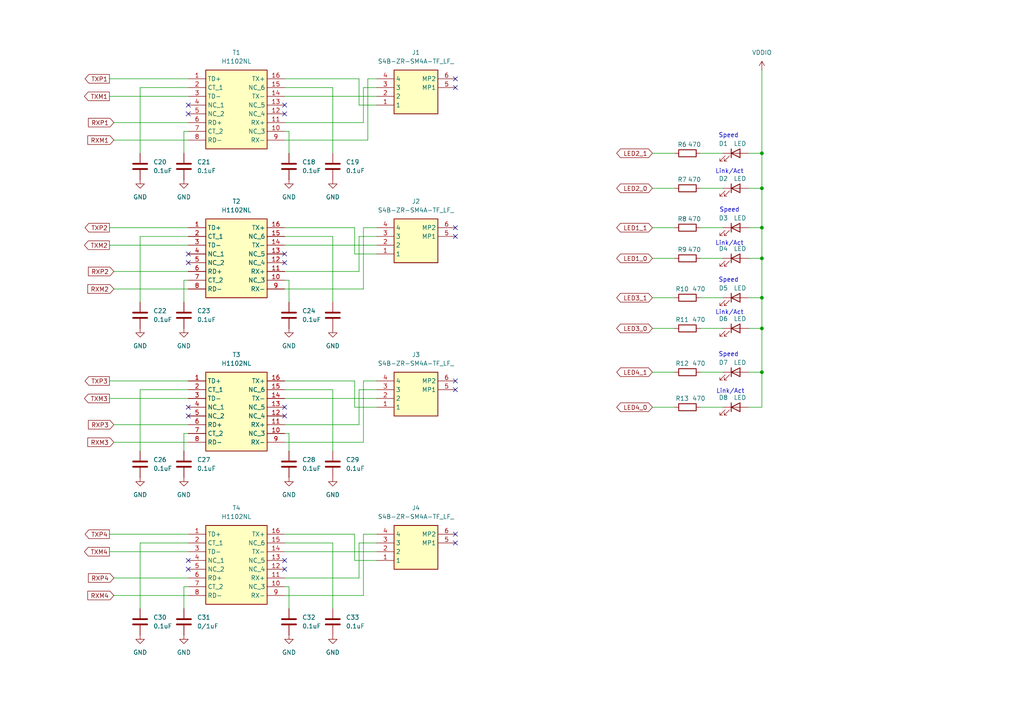
<source format=kicad_sch>
(kicad_sch (version 20250114) (generator "eeschema") (generator_version "9.0")
  (paper "A4")
  (lib_symbols
    (symbol "Device:C" (pin_numbers (hide yes)) (pin_names (offset 0.254))
      (property "Reference" "C" (at 0.635 2.54 0))
      (property "Value" "C" (at 0.635 -2.54 0))
      (symbol "C_0_1"
        (polyline (pts (xy -2.032 0.762) (xy 2.032 0.762)) (stroke (width 0.508)))
        (polyline (pts (xy -2.032 -0.762) (xy 2.032 -0.762)) (stroke (width 0.508)))
      )
      (symbol "C_1_1"
        (pin passive line (at 0 3.81 270) (length 2.794) (name "~") (number "1"))
        (pin passive line (at 0 -3.81 90) (length 2.794) (name "~") (number "2"))
      )
    )
    (symbol "Device:LED" (pin_numbers (hide yes)) (pin_names (offset 1.016) (hide yes))
      (property "Reference" "D" (at 0 2.54 0))
      (property "Value" "LED" (at 0 -2.54 0))
      (symbol "LED_0_1"
        (polyline (pts (xy -3.048 -0.762) (xy -4.572 -2.286) (xy -3.81 -2.286) (xy -4.572 -2.286) (xy -4.572 -1.524)))
        (polyline (pts (xy -1.778 -0.762) (xy -3.302 -2.286) (xy -2.54 -2.286) (xy -3.302 -2.286) (xy -3.302 -1.524)))
        (polyline (pts (xy -1.27 0) (xy 1.27 0)))
        (polyline (pts (xy -1.27 -1.27) (xy -1.27 1.27)) (stroke (width 0.254)))
        (polyline (pts (xy 1.27 -1.27) (xy 1.27 1.27) (xy -1.27 0) (xy 1.27 -1.27)) (stroke (width 0.254)))
      )
      (symbol "LED_1_1"
        (pin passive line (at -3.81 0 0) (length 2.54) (name "K") (number "1"))
        (pin passive line (at 3.81 0 180) (length 2.54) (name "A") (number "2"))
      )
    )
    (symbol "Device:R" (pin_numbers (hide yes)) (pin_names (offset 0))
      (property "Reference" "R" (at 2.032 0 90))
      (property "Value" "R" (at 0 0 90))
      (symbol "R_0_1"
        (rectangle (start -1.016 -2.54) (end 1.016 2.54) (stroke (width 0.254)))
      )
      (symbol "R_1_1"
        (pin passive line (at 0 3.81 270) (length 1.27) (name "~") (number "1"))
        (pin passive line (at 0 -3.81 90) (length 1.27) (name "~") (number "2"))
      )
    )
    (symbol "SamacSys_Parts:H1102NL"
      (property "Reference" "T" (at 24.13 7.62 0))
      (property "Value" "H1102NL" (at 24.13 5.08 0))
      (symbol "H1102NL_1_1"
        (rectangle (start 5.08 2.54) (end 22.86 -20.32) (stroke (width 0.254)) (fill (type background)))
        (pin passive line (at 0 0 0) (length 5.08) (name "TD+") (number "1"))
        (pin passive line (at 0 -2.54 0) (length 5.08) (name "CT_1") (number "2"))
        (pin passive line (at 0 -5.08 0) (length 5.08) (name "TD-") (number "3"))
        (pin passive line (at 0 -7.62 0) (length 5.08) (name "NC_1") (number "4"))
        (pin passive line (at 0 -10.16 0) (length 5.08) (name "NC_2") (number "5"))
        (pin passive line (at 0 -12.7 0) (length 5.08) (name "RD+") (number "6"))
        (pin passive line (at 0 -15.24 0) (length 5.08) (name "CT_2") (number "7"))
        (pin passive line (at 0 -17.78 0) (length 5.08) (name "RD-") (number "8"))
        (pin passive line (at 27.94 0 180) (length 5.08) (name "TX+") (number "16"))
        (pin passive line (at 27.94 -2.54 180) (length 5.08) (name "NC_6") (number "15"))
        (pin passive line (at 27.94 -5.08 180) (length 5.08) (name "TX-") (number "14"))
        (pin passive line (at 27.94 -7.62 180) (length 5.08) (name "NC_5") (number "13"))
        (pin passive line (at 27.94 -10.16 180) (length 5.08) (name "NC_4") (number "12"))
        (pin passive line (at 27.94 -12.7 180) (length 5.08) (name "RX+") (number "11"))
        (pin passive line (at 27.94 -15.24 180) (length 5.08) (name "NC_3") (number "10"))
        (pin passive line (at 27.94 -17.78 180) (length 5.08) (name "RX-") (number "9"))
      )
    )
    (symbol "SamacSys_Parts:S4B-ZR-SM4A-TF_LF_"
      (property "Reference" "J" (at 19.05 7.62 0))
      (property "Value" "S4B-ZR-SM4A-TF_LF_" (at 19.05 5.08 0))
      (symbol "S4B-ZR-SM4A-TF_LF__1_1"
        (rectangle (start 5.08 2.54) (end 17.78 -10.16) (stroke (width 0.254)) (fill (type background)))
        (pin passive line (at 0 0 0) (length 5.08) (name "4") (number "4"))
        (pin passive line (at 0 -2.54 0) (length 5.08) (name "3") (number "3"))
        (pin passive line (at 0 -5.08 0) (length 5.08) (name "2") (number "2"))
        (pin passive line (at 0 -7.62 0) (length 5.08) (name "1") (number "1"))
        (pin passive line (at 22.86 0 180) (length 5.08) (name "MP2") (number "6"))
        (pin passive line (at 22.86 -2.54 180) (length 5.08) (name "MP1") (number "5"))
      )
    )
    (symbol "power:GND" (power) (pin_numbers (hide yes)) (pin_names (offset 0) (hide yes))
      (property "Value" "GND" (at 0 -3.81 0))
      (symbol "GND_0_1"
        (polyline (pts (xy 0 0) (xy 0 -1.27) (xy 1.27 -1.27) (xy 0 -2.54) (xy -1.27 -1.27) (xy 0 -1.27)))
      )
      (symbol "GND_1_1"
        (pin power_in line (at 0 0 270) (length 0) (name "~") (number "1"))
      )
    )
    (symbol "power:VDD" (power) (pin_numbers (hide yes)) (pin_names (offset 0) (hide yes))
      (property "Value" "VDD" (at 0 3.556 0))
      (symbol "VDD_0_1"
        (polyline (pts (xy -0.762 1.27) (xy 0 2.54)))
        (polyline (pts (xy 0 2.54) (xy 0.762 1.27)))
        (polyline (pts (xy 0 0) (xy 0 2.54)))
      )
      (symbol "VDD_1_1"
        (pin power_in line (at 0 0 90) (length 0) (name "~") (number "1"))
      )
    )
  )
  (text "Link/Act" (at 211.582 90.678 0) (effects (font (size 1.27 1.27))))
  (text "Speed" (at 211.328 102.87 0) (effects (font (size 1.27 1.27))))
  (text "Speed" (at 211.328 39.37 0) (effects (font (size 1.27 1.27))))
  (text "Link/Act" (at 211.836 113.538 0) (effects (font (size 1.27 1.27))))
  (text "Link/Act" (at 211.582 70.612 0) (effects (font (size 1.27 1.27))))
  (text "Link/Act" (at 211.582 49.784 0) (effects (font (size 1.27 1.27))))
  (text "Speed" (at 211.328 81.28 0) (effects (font (size 1.27 1.27))))
  (text "Speed" (at 211.582 60.96 0) (effects (font (size 1.27 1.27))))
  (junction (at 220.98 44.45))
  (junction (at 220.98 86.36))
  (junction (at 220.98 54.61))
  (junction (at 220.98 74.93))
  (junction (at 220.98 66.04))
  (junction (at 220.98 95.25))
  (junction (at 220.98 107.95))
  (no_connect (at 82.55 120.65))
  (no_connect (at 132.08 68.58))
  (no_connect (at 54.61 33.02))
  (no_connect (at 132.08 154.94))
  (no_connect (at 82.55 33.02))
  (no_connect (at 82.55 76.2))
  (no_connect (at 54.61 76.2))
  (no_connect (at 82.55 162.56))
  (no_connect (at 132.08 157.48))
  (no_connect (at 82.55 73.66))
  (no_connect (at 54.61 162.56))
  (no_connect (at 82.55 165.1))
  (no_connect (at 132.08 66.04))
  (no_connect (at 54.61 30.48))
  (no_connect (at 132.08 25.4))
  (no_connect (at 132.08 22.86))
  (no_connect (at 54.61 165.1))
  (no_connect (at 82.55 118.11))
  (no_connect (at 54.61 73.66))
  (no_connect (at 54.61 120.65))
  (no_connect (at 82.55 30.48))
  (no_connect (at 132.08 113.03))
  (no_connect (at 132.08 110.49))
  (no_connect (at 54.61 118.11))
  (wire (pts (xy 54.61 81.28) (xy 53.34 81.28)))
  (wire (pts (xy 109.22 113.03) (xy 104.14 113.03)))
  (wire (pts (xy 109.22 110.49) (xy 105.41 110.49)))
  (wire (pts (xy 217.17 66.04) (xy 220.98 66.04)))
  (wire (pts (xy 40.64 68.58) (xy 40.64 87.63)))
  (wire (pts (xy 33.02 128.27) (xy 54.61 128.27)))
  (wire (pts (xy 54.61 157.48) (xy 40.64 157.48)))
  (wire (pts (xy 189.23 95.25) (xy 195.58 95.25)))
  (wire (pts (xy 96.52 25.4) (xy 96.52 44.45)))
  (wire (pts (xy 54.61 170.18) (xy 53.34 170.18)))
  (wire (pts (xy 189.23 107.95) (xy 195.58 107.95)))
  (wire (pts (xy 33.02 167.64) (xy 54.61 167.64)))
  (wire (pts (xy 104.14 22.86) (xy 104.14 30.48)))
  (wire (pts (xy 220.98 86.36) (xy 220.98 95.25)))
  (wire (pts (xy 82.55 68.58) (xy 96.52 68.58)))
  (wire (pts (xy 105.41 110.49) (xy 105.41 128.27)))
  (wire (pts (xy 53.34 38.1) (xy 53.34 44.45)))
  (wire (pts (xy 102.87 154.94) (xy 82.55 154.94)))
  (wire (pts (xy 203.2 44.45) (xy 209.55 44.45)))
  (wire (pts (xy 217.17 86.36) (xy 220.98 86.36)))
  (wire (pts (xy 109.22 22.86) (xy 106.68 22.86)))
  (wire (pts (xy 109.22 25.4) (xy 105.41 25.4)))
  (wire (pts (xy 82.55 113.03) (xy 96.52 113.03)))
  (wire (pts (xy 33.02 78.74) (xy 54.61 78.74)))
  (wire (pts (xy 220.98 44.45) (xy 220.98 54.61)))
  (wire (pts (xy 83.82 125.73) (xy 83.82 130.81)))
  (wire (pts (xy 53.34 81.28) (xy 53.34 87.63)))
  (wire (pts (xy 31.75 110.49) (xy 54.61 110.49)))
  (wire (pts (xy 82.55 81.28) (xy 83.82 81.28)))
  (wire (pts (xy 220.98 66.04) (xy 220.98 74.93)))
  (wire (pts (xy 82.55 115.57) (xy 109.22 115.57)))
  (wire (pts (xy 96.52 68.58) (xy 96.52 87.63)))
  (wire (pts (xy 82.55 167.64) (xy 104.14 167.64)))
  (wire (pts (xy 203.2 74.93) (xy 209.55 74.93)))
  (wire (pts (xy 54.61 125.73) (xy 53.34 125.73)))
  (wire (pts (xy 105.41 66.04) (xy 105.41 83.82)))
  (wire (pts (xy 189.23 54.61) (xy 195.58 54.61)))
  (wire (pts (xy 31.75 71.12) (xy 54.61 71.12)))
  (wire (pts (xy 31.75 154.94) (xy 54.61 154.94)))
  (wire (pts (xy 54.61 38.1) (xy 53.34 38.1)))
  (wire (pts (xy 105.41 154.94) (xy 105.41 172.72)))
  (wire (pts (xy 203.2 66.04) (xy 209.55 66.04)))
  (wire (pts (xy 82.55 71.12) (xy 109.22 71.12)))
  (wire (pts (xy 31.75 160.02) (xy 54.61 160.02)))
  (wire (pts (xy 109.22 154.94) (xy 105.41 154.94)))
  (wire (pts (xy 82.55 157.48) (xy 96.52 157.48)))
  (wire (pts (xy 105.41 25.4) (xy 105.41 35.56)))
  (wire (pts (xy 220.98 95.25) (xy 220.98 107.95)))
  (wire (pts (xy 82.55 128.27) (xy 105.41 128.27)))
  (wire (pts (xy 33.02 40.64) (xy 54.61 40.64)))
  (wire (pts (xy 203.2 86.36) (xy 209.55 86.36)))
  (wire (pts (xy 109.22 68.58) (xy 104.14 68.58)))
  (wire (pts (xy 82.55 78.74) (xy 104.14 78.74)))
  (wire (pts (xy 220.98 118.11) (xy 217.17 118.11)))
  (wire (pts (xy 189.23 118.11) (xy 195.58 118.11)))
  (wire (pts (xy 203.2 118.11) (xy 209.55 118.11)))
  (wire (pts (xy 102.87 162.56) (xy 102.87 154.94)))
  (wire (pts (xy 82.55 38.1) (xy 83.82 38.1)))
  (wire (pts (xy 217.17 44.45) (xy 220.98 44.45)))
  (wire (pts (xy 82.55 160.02) (xy 109.22 160.02)))
  (wire (pts (xy 54.61 113.03) (xy 40.64 113.03)))
  (wire (pts (xy 189.23 44.45) (xy 195.58 44.45)))
  (wire (pts (xy 82.55 123.19) (xy 104.14 123.19)))
  (wire (pts (xy 40.64 157.48) (xy 40.64 176.53)))
  (wire (pts (xy 82.55 172.72) (xy 105.41 172.72)))
  (wire (pts (xy 189.23 86.36) (xy 195.58 86.36)))
  (wire (pts (xy 82.55 83.82) (xy 105.41 83.82)))
  (wire (pts (xy 54.61 68.58) (xy 40.64 68.58)))
  (wire (pts (xy 82.55 27.94) (xy 109.22 27.94)))
  (wire (pts (xy 106.68 22.86) (xy 106.68 40.64)))
  (wire (pts (xy 220.98 107.95) (xy 220.98 118.11)))
  (wire (pts (xy 104.14 157.48) (xy 104.14 167.64)))
  (wire (pts (xy 203.2 54.61) (xy 209.55 54.61)))
  (wire (pts (xy 33.02 83.82) (xy 54.61 83.82)))
  (wire (pts (xy 53.34 170.18) (xy 53.34 176.53)))
  (wire (pts (xy 104.14 68.58) (xy 104.14 78.74)))
  (wire (pts (xy 31.75 22.86) (xy 54.61 22.86)))
  (wire (pts (xy 53.34 125.73) (xy 53.34 130.81)))
  (wire (pts (xy 203.2 95.25) (xy 209.55 95.25)))
  (wire (pts (xy 109.22 157.48) (xy 104.14 157.48)))
  (wire (pts (xy 33.02 35.56) (xy 54.61 35.56)))
  (wire (pts (xy 102.87 110.49) (xy 82.55 110.49)))
  (wire (pts (xy 105.41 35.56) (xy 82.55 35.56)))
  (wire (pts (xy 96.52 113.03) (xy 96.52 130.81)))
  (wire (pts (xy 40.64 113.03) (xy 40.64 130.81)))
  (wire (pts (xy 220.98 74.93) (xy 220.98 86.36)))
  (wire (pts (xy 109.22 73.66) (xy 102.87 73.66)))
  (wire (pts (xy 31.75 27.94) (xy 54.61 27.94)))
  (wire (pts (xy 33.02 123.19) (xy 54.61 123.19)))
  (wire (pts (xy 83.82 38.1) (xy 83.82 44.45)))
  (wire (pts (xy 203.2 107.95) (xy 209.55 107.95)))
  (wire (pts (xy 104.14 30.48) (xy 109.22 30.48)))
  (wire (pts (xy 96.52 157.48) (xy 96.52 176.53)))
  (wire (pts (xy 82.55 125.73) (xy 83.82 125.73)))
  (wire (pts (xy 102.87 73.66) (xy 102.87 66.04)))
  (wire (pts (xy 217.17 54.61) (xy 220.98 54.61)))
  (wire (pts (xy 54.61 25.4) (xy 40.64 25.4)))
  (wire (pts (xy 82.55 170.18) (xy 83.82 170.18)))
  (wire (pts (xy 82.55 22.86) (xy 104.14 22.86)))
  (wire (pts (xy 82.55 66.04) (xy 102.87 66.04)))
  (wire (pts (xy 220.98 20.32) (xy 220.98 44.45)))
  (wire (pts (xy 109.22 162.56) (xy 102.87 162.56)))
  (wire (pts (xy 217.17 74.93) (xy 220.98 74.93)))
  (wire (pts (xy 217.17 95.25) (xy 220.98 95.25)))
  (wire (pts (xy 31.75 66.04) (xy 54.61 66.04)))
  (wire (pts (xy 104.14 113.03) (xy 104.14 123.19)))
  (wire (pts (xy 82.55 25.4) (xy 96.52 25.4)))
  (wire (pts (xy 40.64 25.4) (xy 40.64 44.45)))
  (wire (pts (xy 106.68 40.64) (xy 82.55 40.64)))
  (wire (pts (xy 217.17 107.95) (xy 220.98 107.95)))
  (wire (pts (xy 83.82 81.28) (xy 83.82 87.63)))
  (wire (pts (xy 31.75 115.57) (xy 54.61 115.57)))
  (wire (pts (xy 109.22 118.11) (xy 102.87 118.11)))
  (wire (pts (xy 83.82 170.18) (xy 83.82 176.53)))
  (wire (pts (xy 189.23 66.04) (xy 195.58 66.04)))
  (wire (pts (xy 109.22 66.04) (xy 105.41 66.04)))
  (wire (pts (xy 220.98 54.61) (xy 220.98 66.04)))
  (wire (pts (xy 33.02 172.72) (xy 54.61 172.72)))
  (wire (pts (xy 102.87 118.11) (xy 102.87 110.49)))
  (wire (pts (xy 189.23 74.93) (xy 195.58 74.93)))
  (global_label "RXM3" (shape input) (at 33.02 128.27 180) (property "Intersheetrefs" "${INTERSHEET_REFS}" (effects (hide yes))))
  (global_label "LED1_0" (shape bidirectional) (at 189.23 74.93 180) (property "Intersheetrefs" "${INTERSHEET_REFS}" (effects (hide yes))))
  (global_label "RXP4" (shape input) (at 33.02 167.64 180) (property "Intersheetrefs" "${INTERSHEET_REFS}" (effects (hide yes))))
  (global_label "RXM2" (shape input) (at 33.02 83.82 180) (property "Intersheetrefs" "${INTERSHEET_REFS}" (effects (hide yes))))
  (global_label "LED3_0" (shape bidirectional) (at 189.23 95.25 180) (property "Intersheetrefs" "${INTERSHEET_REFS}" (effects (hide yes))))
  (global_label "TXP4" (shape output) (at 31.75 154.94 180) (property "Intersheetrefs" "${INTERSHEET_REFS}" (effects (hide yes))))
  (global_label "LED4_1" (shape bidirectional) (at 189.23 107.95 180) (property "Intersheetrefs" "${INTERSHEET_REFS}" (effects (hide yes))))
  (global_label "TXM3" (shape output) (at 31.75 115.57 180) (property "Intersheetrefs" "${INTERSHEET_REFS}" (effects (hide yes))))
  (global_label "LED1_1" (shape bidirectional) (at 189.23 66.04 180) (property "Intersheetrefs" "${INTERSHEET_REFS}" (effects (hide yes))))
  (global_label "RXP2" (shape input) (at 33.02 78.74 180) (property "Intersheetrefs" "${INTERSHEET_REFS}" (effects (hide yes))))
  (global_label "TXP3" (shape output) (at 31.75 110.49 180) (property "Intersheetrefs" "${INTERSHEET_REFS}" (effects (hide yes))))
  (global_label "RXM4" (shape input) (at 33.02 172.72 180) (property "Intersheetrefs" "${INTERSHEET_REFS}" (effects (hide yes))))
  (global_label "LED2_1" (shape bidirectional) (at 189.23 44.45 180) (property "Intersheetrefs" "${INTERSHEET_REFS}" (effects (hide yes))))
  (global_label "RXP1" (shape input) (at 33.02 35.56 180) (property "Intersheetrefs" "${INTERSHEET_REFS}" (effects (hide yes))))
  (global_label "TXM4" (shape output) (at 31.75 160.02 180) (property "Intersheetrefs" "${INTERSHEET_REFS}" (effects (hide yes))))
  (global_label "TXP1" (shape output) (at 31.75 22.86 180) (property "Intersheetrefs" "${INTERSHEET_REFS}" (effects (hide yes))))
  (global_label "RXP3" (shape input) (at 33.02 123.19 180) (property "Intersheetrefs" "${INTERSHEET_REFS}" (effects (hide yes))))
  (global_label "TXM2" (shape output) (at 31.75 71.12 180) (property "Intersheetrefs" "${INTERSHEET_REFS}" (effects (hide yes))))
  (global_label "LED4_0" (shape bidirectional) (at 189.23 118.11 180) (property "Intersheetrefs" "${INTERSHEET_REFS}" (effects (hide yes))))
  (global_label "RXM1" (shape input) (at 33.02 40.64 180) (property "Intersheetrefs" "${INTERSHEET_REFS}" (effects (hide yes))))
  (global_label "LED2_0" (shape bidirectional) (at 189.23 54.61 180) (property "Intersheetrefs" "${INTERSHEET_REFS}" (effects (hide yes))))
  (global_label "TXM1" (shape output) (at 31.75 27.94 180) (property "Intersheetrefs" "${INTERSHEET_REFS}" (effects (hide yes))))
  (global_label "LED3_1" (shape bidirectional) (at 189.23 86.36 180) (property "Intersheetrefs" "${INTERSHEET_REFS}" (effects (hide yes))))
  (global_label "TXP2" (shape output) (at 31.75 66.04 180) (property "Intersheetrefs" "${INTERSHEET_REFS}" (effects (hide yes))))
  (symbol (lib_id "power:VDD") (at 220.98 20.32 0) (unit 1)
    (property "Reference" "#PWR050" (effects (hide yes)))
    (property "Value" "VDDIO" (at 220.98 15.24 0))
    (property "Description" "Power symbol creates a global label with name \"VDD\"" (effects (hide yes)))
  )
  (symbol (lib_id "SamacSys_Parts:H1102NL") (at 54.61 110.49 0) (unit 1)
    (property "Reference" "T3" (at 68.58 102.87 0))
    (property "Value" "H1102NL" (at 68.58 105.41 0))
    (property "Footprint" "SamaSys_Parts:SOIC127P940X597-16N" (effects (hide yes)))
    (property "Datasheet" "https://productfinder.pulseeng.com/products/datasheets/h1102nl.pdf" (effects (hide yes)))
    (property "Description" "PULSE ELECTRONICS - H1102NL - TRANSFORMER, 1:1, 1PORT, 100BASE-TX, SMT" (effects (hide yes)))
    (property "Height" "5.97" (effects (hide yes)))
    (property "Manufacturer_Name" "PULSE" (effects (hide yes)))
    (property "Manufacturer_Part_Number" "H1102NL" (effects (hide yes)))
    (property "Mouser Part Number" "673-H1102NL" (effects (hide yes)))
    (property "Mouser Price/Stock" "https://www.mouser.co.uk/ProductDetail/Pulse-Electronics/H1102NL?qs=EKu32SdDin%2FHU33L94JZxw%3D%3D" (effects (hide yes)))
    (property "Arrow Part Number" "H1102NL" (effects (hide yes)))
    (property "Arrow Price/Stock" "https://www.arrow.com/en/products/h1102nl/pulse-electronics-corporation?utm_currency=USD&region=europe" (effects (hide yes)))
  )
  (symbol (lib_id "power:GND") (at 40.64 52.07 0) (unit 1)
    (property "Reference" "#PWR033" (effects (hide yes)))
    (property "Value" "GND" (at 40.64 57.15 0))
    (property "Description" "Power symbol creates a global label with name \"GND\" , ground" (effects (hide yes)))
  )
  (symbol (lib_id "Device:C") (at 40.64 91.44 0) (unit 1)
    (property "Reference" "C22" (at 44.45 90.1699 0) (effects (justify left)))
    (property "Value" "0.1uF" (at 44.45 92.7099 0) (effects (justify left)))
    (property "Footprint" "Capacitor_SMD:C_0603_1608Metric" (effects (hide yes)))
    (property "Description" "Unpolarized capacitor" (effects (hide yes)))
  )
  (symbol (lib_id "Device:R") (at 199.39 95.25 90) (unit 1)
    (property "Reference" "R11" (at 197.866 92.71 90))
    (property "Value" "470" (at 202.692 92.71 90))
    (property "Footprint" "Resistor_SMD:R_0603_1608Metric" (effects (hide yes)))
    (property "Description" "Resistor" (effects (hide yes)))
  )
  (symbol (lib_id "Device:LED") (at 213.36 74.93 0) (unit 1)
    (property "Reference" "D4" (at 209.804 72.136 0))
    (property "Value" "LED" (at 214.63 72.136 0))
    (property "Footprint" "LED_SMD:LED_0603_1608Metric" (effects (hide yes)))
    (property "Description" "Light emitting diode" (effects (hide yes)))
    (property "Sim.Pins" "1=K 2=A" (effects (hide yes)))
  )
  (symbol (lib_id "Device:LED") (at 213.36 66.04 0) (unit 1)
    (property "Reference" "D3" (at 209.804 63.246 0))
    (property "Value" "LED" (at 214.63 63.246 0))
    (property "Footprint" "LED_SMD:LED_0603_1608Metric" (effects (hide yes)))
    (property "Description" "Light emitting diode" (effects (hide yes)))
    (property "Sim.Pins" "1=K 2=A" (effects (hide yes)))
  )
  (symbol (lib_id "Device:C") (at 83.82 180.34 0) (unit 1)
    (property "Reference" "C32" (at 87.63 179.0699 0) (effects (justify left)))
    (property "Value" "0.1uF" (at 87.63 181.6099 0) (effects (justify left)))
    (property "Footprint" "Capacitor_SMD:C_0603_1608Metric" (effects (hide yes)))
    (property "Description" "Unpolarized capacitor" (effects (hide yes)))
  )
  (symbol (lib_id "Device:R") (at 199.39 107.95 90) (unit 1)
    (property "Reference" "R12" (at 197.866 105.41 90))
    (property "Value" "470" (at 202.692 105.41 90))
    (property "Footprint" "Resistor_SMD:R_0603_1608Metric" (effects (hide yes)))
    (property "Description" "Resistor" (effects (hide yes)))
  )
  (symbol (lib_id "Device:C") (at 96.52 48.26 0) (unit 1)
    (property "Reference" "C19" (at 100.33 46.9899 0) (effects (justify left)))
    (property "Value" "0.1uF" (at 100.33 49.5299 0) (effects (justify left)))
    (property "Footprint" "Capacitor_SMD:C_0603_1608Metric" (effects (hide yes)))
    (property "Description" "Unpolarized capacitor" (effects (hide yes)))
  )
  (symbol (lib_id "SamacSys_Parts:S4B-ZR-SM4A-TF_LF_") (at 109.22 66.04 0) (unit 1)
    (property "Reference" "J2" (at 120.65 58.42 0))
    (property "Value" "S4B-ZR-SM4A-TF_LF_" (at 120.65 60.96 0))
    (property "Footprint" "SamaSys_Parts:S4BZRSM4ATFLF" (effects (hide yes)))
    (property "Datasheet" "https://www.jst-mfg.com/product/pdf/eng/eZH.pdf" (effects (hide yes)))
    (property "Description" "Connector Header Surface Mount, Right Angle 4 position 0.059\" (1.50mm)" (effects (hide yes)))
    (property "Height" "3.7" (effects (hide yes)))
    (property "Manufacturer_Name" "JST (JAPAN SOLDERLESS TERMINALS)" (effects (hide yes)))
    (property "Manufacturer_Part_Number" "S4B-ZR-SM4A-TF(LF)" (effects (hide yes)))
    (property "Mouser Part Number" "306-S4B-ZR-SM4A-TFLF" (effects (hide yes)))
    (property "Mouser Price/Stock" "https://www.mouser.co.uk/ProductDetail/JST-Automotive/S4B-ZR-SM4A-TFLF?qs=jRuttqqUwMS5vVQ0qZ9QKA%3D%3D" (effects (hide yes)))
  )
  (symbol (lib_id "power:GND") (at 96.52 52.07 0) (unit 1)
    (property "Reference" "#PWR037" (effects (hide yes)))
    (property "Value" "GND" (at 96.52 57.15 0))
    (property "Description" "Power symbol creates a global label with name \"GND\" , ground" (effects (hide yes)))
  )
  (symbol (lib_id "power:GND") (at 40.64 95.25 0) (unit 1)
    (property "Reference" "#PWR038" (effects (hide yes)))
    (property "Value" "GND" (at 40.64 100.33 0))
    (property "Description" "Power symbol creates a global label with name \"GND\" , ground" (effects (hide yes)))
  )
  (symbol (lib_id "SamacSys_Parts:S4B-ZR-SM4A-TF_LF_") (at 109.22 22.86 0) (unit 1)
    (property "Reference" "J1" (at 120.65 15.24 0))
    (property "Value" "S4B-ZR-SM4A-TF_LF_" (at 120.65 17.78 0))
    (property "Footprint" "SamaSys_Parts:S4BZRSM4ATFLF" (effects (hide yes)))
    (property "Datasheet" "https://www.jst-mfg.com/product/pdf/eng/eZH.pdf" (effects (hide yes)))
    (property "Description" "Connector Header Surface Mount, Right Angle 4 position 0.059\" (1.50mm)" (effects (hide yes)))
    (property "Height" "3.7" (effects (hide yes)))
    (property "Manufacturer_Name" "JST (JAPAN SOLDERLESS TERMINALS)" (effects (hide yes)))
    (property "Manufacturer_Part_Number" "S4B-ZR-SM4A-TF(LF)" (effects (hide yes)))
    (property "Mouser Part Number" "306-S4B-ZR-SM4A-TFLF" (effects (hide yes)))
    (property "Mouser Price/Stock" "https://www.mouser.co.uk/ProductDetail/JST-Automotive/S4B-ZR-SM4A-TFLF?qs=jRuttqqUwMS5vVQ0qZ9QKA%3D%3D" (effects (hide yes)))
  )
  (symbol (lib_id "Device:C") (at 40.64 180.34 0) (unit 1)
    (property "Reference" "C30" (at 44.45 179.0699 0) (effects (justify left)))
    (property "Value" "0.1uF" (at 44.45 181.6099 0) (effects (justify left)))
    (property "Footprint" "Capacitor_SMD:C_0603_1608Metric" (effects (hide yes)))
    (property "Description" "Unpolarized capacitor" (effects (hide yes)))
  )
  (symbol (lib_id "power:GND") (at 83.82 138.43 0) (unit 1)
    (property "Reference" "#PWR044" (effects (hide yes)))
    (property "Value" "GND" (at 83.82 143.51 0))
    (property "Description" "Power symbol creates a global label with name \"GND\" , ground" (effects (hide yes)))
  )
  (symbol (lib_id "Device:C") (at 53.34 91.44 0) (unit 1)
    (property "Reference" "C23" (at 57.15 90.1699 0) (effects (justify left)))
    (property "Value" "0.1uF" (at 57.15 92.7099 0) (effects (justify left)))
    (property "Footprint" "Capacitor_SMD:C_0603_1608Metric" (effects (hide yes)))
    (property "Description" "Unpolarized capacitor" (effects (hide yes)))
  )
  (symbol (lib_id "Device:C") (at 83.82 48.26 0) (unit 1)
    (property "Reference" "C18" (at 87.63 46.9899 0) (effects (justify left)))
    (property "Value" "0.1uF" (at 87.63 49.5299 0) (effects (justify left)))
    (property "Footprint" "Capacitor_SMD:C_0603_1608Metric" (effects (hide yes)))
    (property "Description" "Unpolarized capacitor" (effects (hide yes)))
  )
  (symbol (lib_id "Device:R") (at 199.39 86.36 90) (unit 1)
    (property "Reference" "R10" (at 197.866 83.82 90))
    (property "Value" "470" (at 202.692 83.82 90))
    (property "Footprint" "Resistor_SMD:R_0603_1608Metric" (effects (hide yes)))
    (property "Description" "Resistor" (effects (hide yes)))
  )
  (symbol (lib_id "power:GND") (at 53.34 95.25 0) (unit 1)
    (property "Reference" "#PWR039" (effects (hide yes)))
    (property "Value" "GND" (at 53.34 100.33 0))
    (property "Description" "Power symbol creates a global label with name \"GND\" , ground" (effects (hide yes)))
  )
  (symbol (lib_id "Device:LED") (at 213.36 118.11 0) (unit 1)
    (property "Reference" "D8" (at 209.804 115.316 0))
    (property "Value" "LED" (at 214.63 115.316 0))
    (property "Footprint" "LED_SMD:LED_0603_1608Metric" (effects (hide yes)))
    (property "Description" "Light emitting diode" (effects (hide yes)))
    (property "Sim.Pins" "1=K 2=A" (effects (hide yes)))
  )
  (symbol (lib_id "power:GND") (at 96.52 184.15 0) (unit 1)
    (property "Reference" "#PWR049" (effects (hide yes)))
    (property "Value" "GND" (at 96.52 189.23 0))
    (property "Description" "Power symbol creates a global label with name \"GND\" , ground" (effects (hide yes)))
  )
  (symbol (lib_id "power:GND") (at 83.82 95.25 0) (unit 1)
    (property "Reference" "#PWR040" (effects (hide yes)))
    (property "Value" "GND" (at 83.82 100.33 0))
    (property "Description" "Power symbol creates a global label with name \"GND\" , ground" (effects (hide yes)))
  )
  (symbol (lib_id "Device:LED") (at 213.36 54.61 0) (unit 1)
    (property "Reference" "D2" (at 209.804 51.816 0))
    (property "Value" "LED" (at 214.63 51.816 0))
    (property "Footprint" "LED_SMD:LED_0603_1608Metric" (effects (hide yes)))
    (property "Description" "Light emitting diode" (effects (hide yes)))
    (property "Sim.Pins" "1=K 2=A" (effects (hide yes)))
  )
  (symbol (lib_id "power:GND") (at 83.82 52.07 0) (unit 1)
    (property "Reference" "#PWR036" (effects (hide yes)))
    (property "Value" "GND" (at 83.82 57.15 0))
    (property "Description" "Power symbol creates a global label with name \"GND\" , ground" (effects (hide yes)))
  )
  (symbol (lib_id "Device:R") (at 199.39 66.04 90) (unit 1)
    (property "Reference" "R8" (at 197.866 63.5 90))
    (property "Value" "470" (at 201.422 63.5 90))
    (property "Footprint" "Resistor_SMD:R_0603_1608Metric" (effects (hide yes)))
    (property "Description" "Resistor" (effects (hide yes)))
  )
  (symbol (lib_id "SamacSys_Parts:H1102NL") (at 54.61 66.04 0) (unit 1)
    (property "Reference" "T2" (at 68.58 58.42 0))
    (property "Value" "H1102NL" (at 68.58 60.96 0))
    (property "Footprint" "SamaSys_Parts:SOIC127P940X597-16N" (effects (hide yes)))
    (property "Datasheet" "https://productfinder.pulseeng.com/products/datasheets/h1102nl.pdf" (effects (hide yes)))
    (property "Description" "PULSE ELECTRONICS - H1102NL - TRANSFORMER, 1:1, 1PORT, 100BASE-TX, SMT" (effects (hide yes)))
    (property "Height" "5.97" (effects (hide yes)))
    (property "Manufacturer_Name" "PULSE" (effects (hide yes)))
    (property "Manufacturer_Part_Number" "H1102NL" (effects (hide yes)))
    (property "Mouser Part Number" "673-H1102NL" (effects (hide yes)))
    (property "Mouser Price/Stock" "https://www.mouser.co.uk/ProductDetail/Pulse-Electronics/H1102NL?qs=EKu32SdDin%2FHU33L94JZxw%3D%3D" (effects (hide yes)))
    (property "Arrow Part Number" "H1102NL" (effects (hide yes)))
    (property "Arrow Price/Stock" "https://www.arrow.com/en/products/h1102nl/pulse-electronics-corporation?utm_currency=USD&region=europe" (effects (hide yes)))
  )
  (symbol (lib_id "Device:C") (at 96.52 91.44 0) (unit 1)
    (property "Reference" "C25" (effects (hide yes)))
    (property "Value" "0.1uF" (effects (hide yes)))
    (property "Footprint" "Capacitor_SMD:C_0603_1608Metric" (effects (hide yes)))
    (property "Description" "Unpolarized capacitor" (effects (hide yes)))
  )
  (symbol (lib_id "power:GND") (at 53.34 52.07 0) (unit 1)
    (property "Reference" "#PWR035" (effects (hide yes)))
    (property "Value" "GND" (at 53.34 57.15 0))
    (property "Description" "Power symbol creates a global label with name \"GND\" , ground" (effects (hide yes)))
  )
  (symbol (lib_id "power:GND") (at 53.34 184.15 0) (unit 1)
    (property "Reference" "#PWR047" (effects (hide yes)))
    (property "Value" "GND" (at 53.34 189.23 0))
    (property "Description" "Power symbol creates a global label with name \"GND\" , ground" (effects (hide yes)))
  )
  (symbol (lib_id "Device:LED") (at 213.36 86.36 0) (unit 1)
    (property "Reference" "D5" (at 209.804 83.566 0))
    (property "Value" "LED" (at 214.63 83.566 0))
    (property "Footprint" "LED_SMD:LED_0603_1608Metric" (effects (hide yes)))
    (property "Description" "Light emitting diode" (effects (hide yes)))
    (property "Sim.Pins" "1=K 2=A" (effects (hide yes)))
  )
  (symbol (lib_id "Device:C") (at 83.82 91.44 0) (unit 1)
    (property "Reference" "C24" (at 87.63 90.1699 0) (effects (justify left)))
    (property "Value" "0.1uF" (at 87.63 92.7099 0) (effects (justify left)))
    (property "Footprint" "Capacitor_SMD:C_0603_1608Metric" (effects (hide yes)))
    (property "Description" "Unpolarized capacitor" (effects (hide yes)))
  )
  (symbol (lib_id "Device:C") (at 96.52 180.34 0) (unit 1)
    (property "Reference" "C33" (at 100.33 179.0699 0) (effects (justify left)))
    (property "Value" "0.1uF" (at 100.33 181.6099 0) (effects (justify left)))
    (property "Footprint" "Capacitor_SMD:C_0603_1608Metric" (effects (hide yes)))
    (property "Description" "Unpolarized capacitor" (effects (hide yes)))
  )
  (symbol (lib_id "SamacSys_Parts:S4B-ZR-SM4A-TF_LF_") (at 109.22 154.94 0) (unit 1)
    (property "Reference" "J4" (at 120.65 147.32 0))
    (property "Value" "S4B-ZR-SM4A-TF_LF_" (at 120.65 149.86 0))
    (property "Footprint" "SamaSys_Parts:S4BZRSM4ATFLF" (effects (hide yes)))
    (property "Datasheet" "https://www.jst-mfg.com/product/pdf/eng/eZH.pdf" (effects (hide yes)))
    (property "Description" "Connector Header Surface Mount, Right Angle 4 position 0.059\" (1.50mm)" (effects (hide yes)))
    (property "Height" "3.7" (effects (hide yes)))
    (property "Manufacturer_Name" "JST (JAPAN SOLDERLESS TERMINALS)" (effects (hide yes)))
    (property "Manufacturer_Part_Number" "S4B-ZR-SM4A-TF(LF)" (effects (hide yes)))
    (property "Mouser Part Number" "306-S4B-ZR-SM4A-TFLF" (effects (hide yes)))
    (property "Mouser Price/Stock" "https://www.mouser.co.uk/ProductDetail/JST-Automotive/S4B-ZR-SM4A-TFLF?qs=jRuttqqUwMS5vVQ0qZ9QKA%3D%3D" (effects (hide yes)))
  )
  (symbol (lib_id "Device:C") (at 40.64 48.26 0) (unit 1)
    (property "Reference" "C20" (at 44.45 46.9899 0) (effects (justify left)))
    (property "Value" "0.1uF" (at 44.45 49.5299 0) (effects (justify left)))
    (property "Footprint" "Capacitor_SMD:C_0603_1608Metric" (effects (hide yes)))
    (property "Description" "Unpolarized capacitor" (effects (hide yes)))
  )
  (symbol (lib_id "power:GND") (at 83.82 184.15 0) (unit 1)
    (property "Reference" "#PWR048" (effects (hide yes)))
    (property "Value" "GND" (at 83.82 189.23 0))
    (property "Description" "Power symbol creates a global label with name \"GND\" , ground" (effects (hide yes)))
  )
  (symbol (lib_id "SamacSys_Parts:S4B-ZR-SM4A-TF_LF_") (at 109.22 110.49 0) (unit 1)
    (property "Reference" "J3" (at 120.65 102.87 0))
    (property "Value" "S4B-ZR-SM4A-TF_LF_" (at 120.65 105.41 0))
    (property "Footprint" "SamaSys_Parts:S4BZRSM4ATFLF" (effects (hide yes)))
    (property "Datasheet" "https://www.jst-mfg.com/product/pdf/eng/eZH.pdf" (effects (hide yes)))
    (property "Description" "Connector Header Surface Mount, Right Angle 4 position 0.059\" (1.50mm)" (effects (hide yes)))
    (property "Height" "3.7" (effects (hide yes)))
    (property "Manufacturer_Name" "JST (JAPAN SOLDERLESS TERMINALS)" (effects (hide yes)))
    (property "Manufacturer_Part_Number" "S4B-ZR-SM4A-TF(LF)" (effects (hide yes)))
    (property "Mouser Part Number" "306-S4B-ZR-SM4A-TFLF" (effects (hide yes)))
    (property "Mouser Price/Stock" "https://www.mouser.co.uk/ProductDetail/JST-Automotive/S4B-ZR-SM4A-TFLF?qs=jRuttqqUwMS5vVQ0qZ9QKA%3D%3D" (effects (hide yes)))
  )
  (symbol (lib_id "Device:C") (at 53.34 180.34 0) (unit 1)
    (property "Reference" "C31" (at 57.15 179.0699 0) (effects (justify left)))
    (property "Value" "0/1uF" (at 57.15 181.6099 0) (effects (justify left)))
    (property "Footprint" "Capacitor_SMD:C_0603_1608Metric" (effects (hide yes)))
    (property "Description" "Unpolarized capacitor" (effects (hide yes)))
  )
  (symbol (lib_id "Device:C") (at 53.34 48.26 0) (unit 1)
    (property "Reference" "C21" (at 57.15 46.9899 0) (effects (justify left)))
    (property "Value" "0.1uF" (at 57.15 49.5299 0) (effects (justify left)))
    (property "Footprint" "Capacitor_SMD:C_0603_1608Metric" (effects (hide yes)))
    (property "Description" "Unpolarized capacitor" (effects (hide yes)))
  )
  (symbol (lib_id "SamacSys_Parts:H1102NL") (at 54.61 154.94 0) (unit 1)
    (property "Reference" "T4" (at 68.58 147.32 0))
    (property "Value" "H1102NL" (at 68.58 149.86 0))
    (property "Footprint" "SamaSys_Parts:SOIC127P940X597-16N" (effects (hide yes)))
    (property "Datasheet" "https://productfinder.pulseeng.com/products/datasheets/h1102nl.pdf" (effects (hide yes)))
    (property "Description" "PULSE ELECTRONICS - H1102NL - TRANSFORMER, 1:1, 1PORT, 100BASE-TX, SMT" (effects (hide yes)))
    (property "Height" "5.97" (effects (hide yes)))
    (property "Manufacturer_Name" "PULSE" (effects (hide yes)))
    (property "Manufacturer_Part_Number" "H1102NL" (effects (hide yes)))
    (property "Mouser Part Number" "673-H1102NL" (effects (hide yes)))
    (property "Mouser Price/Stock" "https://www.mouser.co.uk/ProductDetail/Pulse-Electronics/H1102NL?qs=EKu32SdDin%2FHU33L94JZxw%3D%3D" (effects (hide yes)))
    (property "Arrow Part Number" "H1102NL" (effects (hide yes)))
    (property "Arrow Price/Stock" "https://www.arrow.com/en/products/h1102nl/pulse-electronics-corporation?utm_currency=USD&region=europe" (effects (hide yes)))
  )
  (symbol (lib_id "power:GND") (at 96.52 138.43 0) (unit 1)
    (property "Reference" "#PWR045" (effects (hide yes)))
    (property "Value" "GND" (at 96.52 143.51 0))
    (property "Description" "Power symbol creates a global label with name \"GND\" , ground" (effects (hide yes)))
  )
  (symbol (lib_id "Device:C") (at 83.82 134.62 0) (unit 1)
    (property "Reference" "C28" (at 87.63 133.3499 0) (effects (justify left)))
    (property "Value" "0.1uF" (at 87.63 135.8899 0) (effects (justify left)))
    (property "Footprint" "Capacitor_SMD:C_0603_1608Metric" (effects (hide yes)))
    (property "Description" "Unpolarized capacitor" (effects (hide yes)))
  )
  (symbol (lib_id "power:GND") (at 40.64 184.15 0) (unit 1)
    (property "Reference" "#PWR046" (effects (hide yes)))
    (property "Value" "GND" (at 40.64 189.23 0))
    (property "Description" "Power symbol creates a global label with name \"GND\" , ground" (effects (hide yes)))
  )
  (symbol (lib_id "power:GND") (at 96.52 95.25 0) (unit 1)
    (property "Reference" "#PWR041" (effects (hide yes)))
    (property "Value" "GND" (at 96.52 100.33 0))
    (property "Description" "Power symbol creates a global label with name \"GND\" , ground" (effects (hide yes)))
  )
  (symbol (lib_id "Device:R") (at 199.39 118.11 90) (unit 1)
    (property "Reference" "R13" (at 197.866 115.57 90))
    (property "Value" "470" (at 202.692 115.57 90))
    (property "Footprint" "Resistor_SMD:R_0603_1608Metric" (effects (hide yes)))
    (property "Description" "Resistor" (effects (hide yes)))
  )
  (symbol (lib_id "power:GND") (at 40.64 138.43 0) (unit 1)
    (property "Reference" "#PWR042" (effects (hide yes)))
    (property "Value" "GND" (at 40.64 143.51 0))
    (property "Description" "Power symbol creates a global label with name \"GND\" , ground" (effects (hide yes)))
  )
  (symbol (lib_id "Device:R") (at 199.39 44.45 90) (unit 1)
    (property "Reference" "R6" (at 197.866 41.91 90))
    (property "Value" "470" (at 201.422 41.91 90))
    (property "Footprint" "Resistor_SMD:R_0603_1608Metric" (effects (hide yes)))
    (property "Description" "Resistor" (effects (hide yes)))
  )
  (symbol (lib_id "Device:LED") (at 213.36 107.95 0) (unit 1)
    (property "Reference" "D7" (at 209.804 105.156 0))
    (property "Value" "LED" (at 214.63 105.156 0))
    (property "Footprint" "LED_SMD:LED_0603_1608Metric" (effects (hide yes)))
    (property "Description" "Light emitting diode" (effects (hide yes)))
    (property "Sim.Pins" "1=K 2=A" (effects (hide yes)))
  )
  (symbol (lib_id "power:GND") (at 53.34 138.43 0) (unit 1)
    (property "Reference" "#PWR043" (effects (hide yes)))
    (property "Value" "GND" (at 53.34 143.51 0))
    (property "Description" "Power symbol creates a global label with name \"GND\" , ground" (effects (hide yes)))
  )
  (symbol (lib_id "Device:R") (at 199.39 74.93 90) (unit 1)
    (property "Reference" "R9" (at 197.866 72.39 90))
    (property "Value" "470" (at 201.422 72.39 90))
    (property "Footprint" "Resistor_SMD:R_0603_1608Metric" (effects (hide yes)))
    (property "Description" "Resistor" (effects (hide yes)))
  )
  (symbol (lib_id "Device:LED") (at 213.36 95.25 0) (unit 1)
    (property "Reference" "D6" (at 209.804 92.456 0))
    (property "Value" "LED" (at 214.63 92.456 0))
    (property "Footprint" "LED_SMD:LED_0603_1608Metric" (effects (hide yes)))
    (property "Description" "Light emitting diode" (effects (hide yes)))
    (property "Sim.Pins" "1=K 2=A" (effects (hide yes)))
  )
  (symbol (lib_id "Device:LED") (at 213.36 44.45 0) (unit 1)
    (property "Reference" "D1" (at 209.804 41.656 0))
    (property "Value" "LED" (at 214.63 41.656 0))
    (property "Footprint" "LED_SMD:LED_0603_1608Metric" (effects (hide yes)))
    (property "Description" "Light emitting diode" (effects (hide yes)))
    (property "Sim.Pins" "1=K 2=A" (effects (hide yes)))
  )
  (symbol (lib_id "Device:C") (at 53.34 134.62 0) (unit 1)
    (property "Reference" "C27" (at 57.15 133.3499 0) (effects (justify left)))
    (property "Value" "0.1uF" (at 57.15 135.8899 0) (effects (justify left)))
    (property "Footprint" "Capacitor_SMD:C_0603_1608Metric" (effects (hide yes)))
    (property "Description" "Unpolarized capacitor" (effects (hide yes)))
  )
  (symbol (lib_id "SamacSys_Parts:H1102NL") (at 54.61 22.86 0) (unit 1)
    (property "Reference" "T1" (at 68.58 15.24 0))
    (property "Value" "H1102NL" (at 68.58 17.78 0))
    (property "Footprint" "SamaSys_Parts:SOIC127P940X597-16N" (effects (hide yes)))
    (property "Datasheet" "https://productfinder.pulseeng.com/products/datasheets/h1102nl.pdf" (effects (hide yes)))
    (property "Description" "PULSE ELECTRONICS - H1102NL - TRANSFORMER, 1:1, 1PORT, 100BASE-TX, SMT" (effects (hide yes)))
    (property "Height" "5.97" (effects (hide yes)))
    (property "Manufacturer_Name" "PULSE" (effects (hide yes)))
    (property "Manufacturer_Part_Number" "H1102NL" (effects (hide yes)))
    (property "Mouser Part Number" "673-H1102NL" (effects (hide yes)))
    (property "Mouser Price/Stock" "https://www.mouser.co.uk/ProductDetail/Pulse-Electronics/H1102NL?qs=EKu32SdDin%2FHU33L94JZxw%3D%3D" (effects (hide yes)))
    (property "Arrow Part Number" "H1102NL" (effects (hide yes)))
    (property "Arrow Price/Stock" "https://www.arrow.com/en/products/h1102nl/pulse-electronics-corporation?utm_currency=USD&region=europe" (effects (hide yes)))
  )
  (symbol (lib_id "Device:C") (at 40.64 134.62 0) (unit 1)
    (property "Reference" "C26" (at 44.45 133.3499 0) (effects (justify left)))
    (property "Value" "0.1uF" (at 44.45 135.8899 0) (effects (justify left)))
    (property "Footprint" "Capacitor_SMD:C_0603_1608Metric" (effects (hide yes)))
    (property "Description" "Unpolarized capacitor" (effects (hide yes)))
  )
  (symbol (lib_id "Device:R") (at 199.39 54.61 90) (unit 1)
    (property "Reference" "R7" (at 197.866 52.07 90))
    (property "Value" "470" (at 201.422 52.07 90))
    (property "Footprint" "Resistor_SMD:R_0603_1608Metric" (effects (hide yes)))
    (property "Description" "Resistor" (effects (hide yes)))
  )
  (symbol (lib_id "Device:C") (at 96.52 134.62 0) (unit 1)
    (property "Reference" "C29" (at 100.33 133.3499 0) (effects (justify left)))
    (property "Value" "0.1uF" (at 100.33 135.8899 0) (effects (justify left)))
    (property "Footprint" "Capacitor_SMD:C_0603_1608Metric" (effects (hide yes)))
    (property "Description" "Unpolarized capacitor" (effects (hide yes)))
  )
)
</source>
